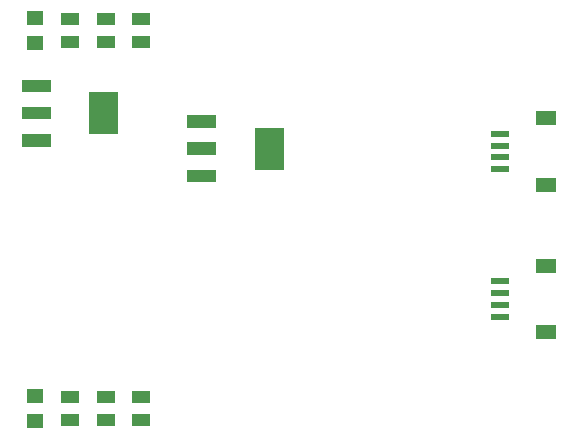
<source format=gtp>
G04 Layer: TopPasteMaskLayer*
G04 EasyEDA v6.4.25, 2022-02-05T09:57:48+11:00*
G04 a67cddfb3fce44daa9051d46cbbcc19f,10*
G04 Gerber Generator version 0.2*
G04 Scale: 100 percent, Rotated: No, Reflected: No *
G04 Dimensions in millimeters *
G04 leading zeros omitted , absolute positions ,4 integer and 5 decimal *
%FSLAX45Y45*%
%MOMM*%

%ADD14R,1.5500X1.0000*%
%ADD15R,1.5500X0.6000*%
%ADD16R,1.8000X1.2000*%
%ADD17R,1.3995X1.3005*%

%LPD*%
D14*
G01*
X3699941Y271348D03*
G01*
X3699941Y471347D03*
G01*
X3399967Y271348D03*
G01*
X3399967Y471347D03*
G01*
X3399967Y3671493D03*
G01*
X3399967Y3471494D03*
G01*
X3699941Y3671493D03*
G01*
X3699941Y3471494D03*
D15*
G01*
X6742506Y1446428D03*
G01*
X6742506Y1346428D03*
G01*
X6742506Y1246428D03*
D16*
G01*
X7130008Y1016431D03*
G01*
X7130008Y1576425D03*
D15*
G01*
X6742506Y1146429D03*
G01*
X6742506Y2696438D03*
G01*
X6742506Y2596438D03*
G01*
X6742506Y2496413D03*
D16*
G01*
X7130008Y2266416D03*
G01*
X7130008Y2826435D03*
D15*
G01*
X6742506Y2396413D03*
D17*
G01*
X2799994Y476453D03*
G01*
X2799994Y266395D03*
G01*
X2799994Y3466388D03*
G01*
X2799994Y3676446D03*
G36*
X2691000Y3153925D02*
G01*
X2691000Y3048927D01*
X2937502Y3048927D01*
X2937502Y3153925D01*
G37*
G36*
X2691000Y2923926D02*
G01*
X2691000Y2818927D01*
X2937502Y2818927D01*
X2937502Y2923926D01*
G37*
G36*
X2691000Y2693926D02*
G01*
X2691000Y2588928D01*
X2937502Y2588928D01*
X2937502Y2693926D01*
G37*
G36*
X3262500Y2694426D02*
G01*
X3262500Y3048426D01*
X3509002Y3048426D01*
X3509002Y2694426D01*
G37*
G36*
X4091000Y2853926D02*
G01*
X4091000Y2748927D01*
X4337502Y2748927D01*
X4337502Y2853926D01*
G37*
G36*
X4091000Y2623926D02*
G01*
X4091000Y2518928D01*
X4337502Y2518928D01*
X4337502Y2623926D01*
G37*
G36*
X4091000Y2393927D02*
G01*
X4091000Y2288928D01*
X4337502Y2288928D01*
X4337502Y2393927D01*
G37*
G36*
X4662500Y2394427D02*
G01*
X4662500Y2748427D01*
X4909002Y2748427D01*
X4909002Y2394427D01*
G37*
D14*
G01*
X3099993Y271424D03*
G01*
X3099993Y471423D03*
G01*
X3099993Y3671417D03*
G01*
X3099993Y3471418D03*
M02*

</source>
